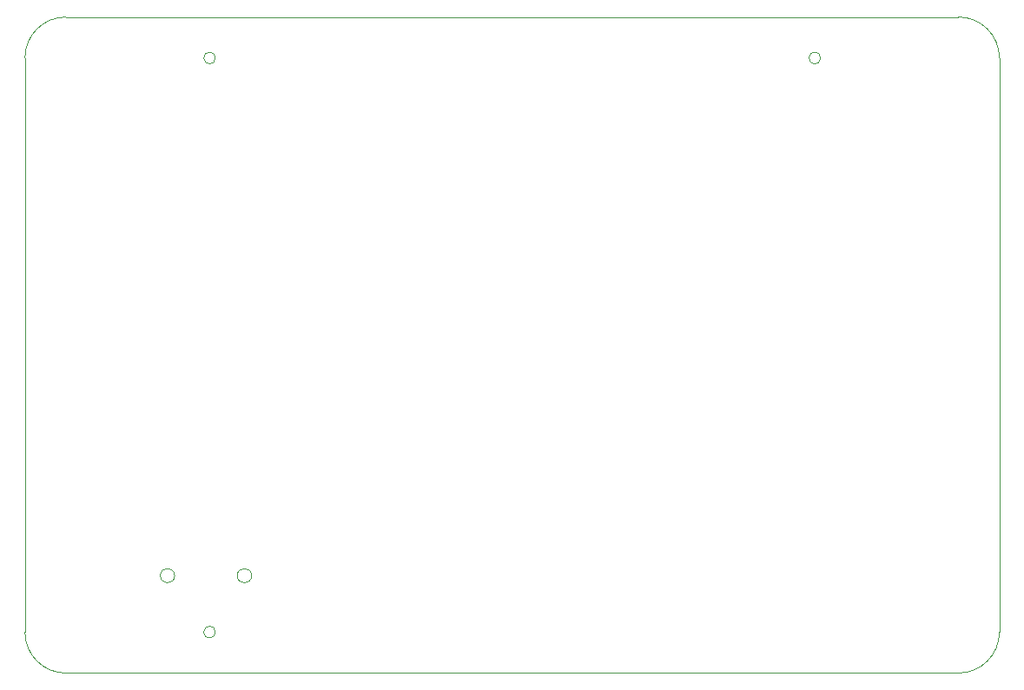
<source format=gbr>
%TF.GenerationSoftware,KiCad,Pcbnew,6.0.8-f2edbf62ab~116~ubuntu20.04.1*%
%TF.CreationDate,2022-10-28T14:46:09-03:00*%
%TF.ProjectId,+puntosV2,2b70756e-746f-4735-9632-2e6b69636164,rev?*%
%TF.SameCoordinates,Original*%
%TF.FileFunction,Profile,NP*%
%FSLAX46Y46*%
G04 Gerber Fmt 4.6, Leading zero omitted, Abs format (unit mm)*
G04 Created by KiCad (PCBNEW 6.0.8-f2edbf62ab~116~ubuntu20.04.1) date 2022-10-28 14:46:09*
%MOMM*%
%LPD*%
G01*
G04 APERTURE LIST*
%TA.AperFunction,Profile*%
%ADD10C,0.050000*%
%TD*%
%TA.AperFunction,Profile*%
%ADD11C,0.100000*%
%TD*%
%TA.AperFunction,Profile*%
%ADD12C,0.120000*%
%TD*%
G04 APERTURE END LIST*
D10*
X123576000Y-34000000D02*
G75*
G03*
X123576000Y-34000000I-576000J0D01*
G01*
X64576000Y-34000000D02*
G75*
G03*
X64576000Y-34000000I-576000J0D01*
G01*
X64576000Y-90000000D02*
G75*
G03*
X64576000Y-90000000I-576000J0D01*
G01*
D11*
X141000000Y-34000000D02*
G75*
G03*
X137000000Y-30000000I-4000000J0D01*
G01*
X137000000Y-94000000D02*
G75*
G03*
X141000000Y-90000000I0J4000000D01*
G01*
X141000000Y-90000000D02*
X141000000Y-34000000D01*
X137000000Y-30000000D02*
X50000000Y-30000000D01*
X46000000Y-34000000D02*
X46000000Y-90000000D01*
X50000000Y-30000000D02*
G75*
G03*
X46000000Y-34000000I0J-4000000D01*
G01*
X46000000Y-90000000D02*
G75*
G03*
X50000000Y-94000000I4000000J0D01*
G01*
X50000000Y-94000000D02*
X137000000Y-94000000D01*
D12*
%TO.C,BT801*%
X68100000Y-84500000D02*
G75*
G03*
X68100000Y-84500000I-700000J0D01*
G01*
X60600000Y-84500000D02*
G75*
G03*
X60600000Y-84500000I-700000J0D01*
G01*
%TD*%
M02*

</source>
